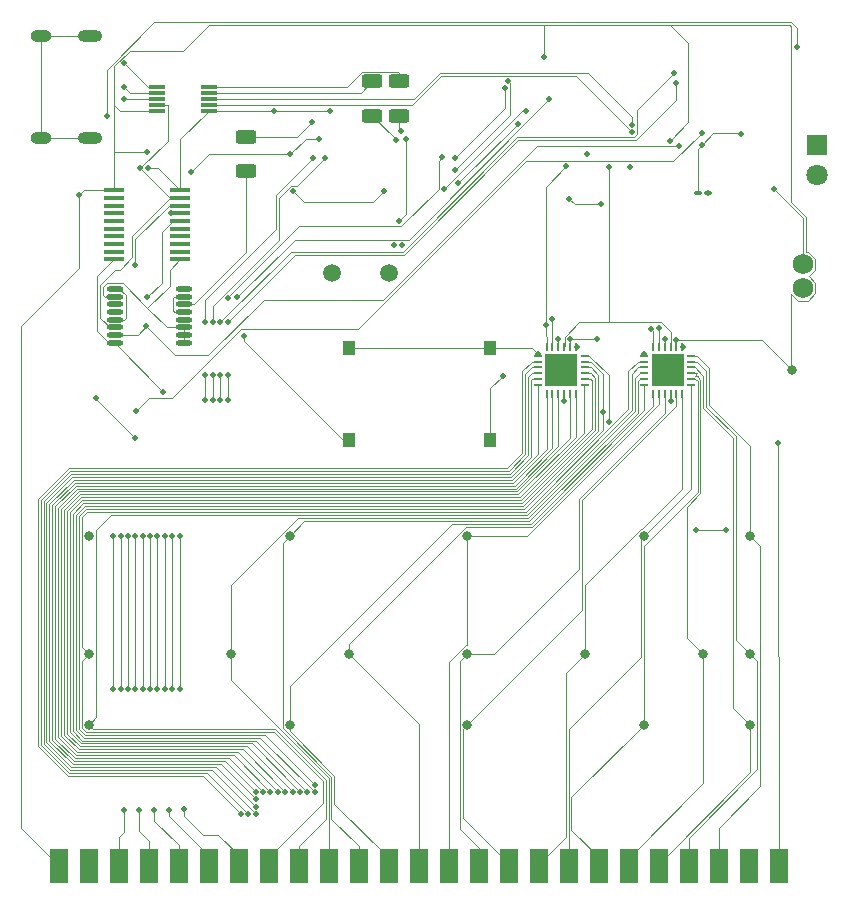
<source format=gbl>
G04 #@! TF.GenerationSoftware,KiCad,Pcbnew,7.0.10*
G04 #@! TF.CreationDate,2024-02-13T11:50:04-05:00*
G04 #@! TF.ProjectId,prototype,70726f74-6f74-4797-9065-2e6b69636164,rev?*
G04 #@! TF.SameCoordinates,Original*
G04 #@! TF.FileFunction,Copper,L2,Bot*
G04 #@! TF.FilePolarity,Positive*
%FSLAX46Y46*%
G04 Gerber Fmt 4.6, Leading zero omitted, Abs format (unit mm)*
G04 Created by KiCad (PCBNEW 7.0.10) date 2024-02-13 11:50:04*
%MOMM*%
%LPD*%
G01*
G04 APERTURE LIST*
G04 Aperture macros list*
%AMRoundRect*
0 Rectangle with rounded corners*
0 $1 Rounding radius*
0 $2 $3 $4 $5 $6 $7 $8 $9 X,Y pos of 4 corners*
0 Add a 4 corners polygon primitive as box body*
4,1,4,$2,$3,$4,$5,$6,$7,$8,$9,$2,$3,0*
0 Add four circle primitives for the rounded corners*
1,1,$1+$1,$2,$3*
1,1,$1+$1,$4,$5*
1,1,$1+$1,$6,$7*
1,1,$1+$1,$8,$9*
0 Add four rect primitives between the rounded corners*
20,1,$1+$1,$2,$3,$4,$5,0*
20,1,$1+$1,$4,$5,$6,$7,0*
20,1,$1+$1,$6,$7,$8,$9,0*
20,1,$1+$1,$8,$9,$2,$3,0*%
G04 Aperture macros list end*
G04 #@! TA.AperFunction,SMDPad,CuDef*
%ADD10R,1.676400X0.355600*%
G04 #@! TD*
G04 #@! TA.AperFunction,ComponentPad*
%ADD11R,1.800000X1.800000*%
G04 #@! TD*
G04 #@! TA.AperFunction,ComponentPad*
%ADD12C,1.800000*%
G04 #@! TD*
G04 #@! TA.AperFunction,ComponentPad*
%ADD13R,1.638300X3.000000*%
G04 #@! TD*
G04 #@! TA.AperFunction,SMDPad,CuDef*
%ADD14R,1.638300X3.000000*%
G04 #@! TD*
G04 #@! TA.AperFunction,ComponentPad*
%ADD15C,1.500000*%
G04 #@! TD*
G04 #@! TA.AperFunction,ComponentPad*
%ADD16O,1.800000X1.000000*%
G04 #@! TD*
G04 #@! TA.AperFunction,ComponentPad*
%ADD17O,2.100000X1.000000*%
G04 #@! TD*
G04 #@! TA.AperFunction,SMDPad,CuDef*
%ADD18O,1.400000X0.449999*%
G04 #@! TD*
G04 #@! TA.AperFunction,SMDPad,CuDef*
%ADD19RoundRect,0.250000X-0.625000X0.312500X-0.625000X-0.312500X0.625000X-0.312500X0.625000X0.312500X0*%
G04 #@! TD*
G04 #@! TA.AperFunction,SMDPad,CuDef*
%ADD20RoundRect,0.100000X0.217500X0.100000X-0.217500X0.100000X-0.217500X-0.100000X0.217500X-0.100000X0*%
G04 #@! TD*
G04 #@! TA.AperFunction,SMDPad,CuDef*
%ADD21R,1.000000X1.250000*%
G04 #@! TD*
G04 #@! TA.AperFunction,SMDPad,CuDef*
%ADD22R,0.711200X0.254000*%
G04 #@! TD*
G04 #@! TA.AperFunction,SMDPad,CuDef*
%ADD23R,0.254000X0.711200*%
G04 #@! TD*
G04 #@! TA.AperFunction,SMDPad,CuDef*
%ADD24R,2.743200X2.743200*%
G04 #@! TD*
G04 #@! TA.AperFunction,ComponentPad*
%ADD25C,1.750000*%
G04 #@! TD*
G04 #@! TA.AperFunction,SMDPad,CuDef*
%ADD26R,1.400000X0.300000*%
G04 #@! TD*
G04 #@! TA.AperFunction,ViaPad*
%ADD27C,0.500000*%
G04 #@! TD*
G04 #@! TA.AperFunction,ViaPad*
%ADD28C,0.800000*%
G04 #@! TD*
G04 #@! TA.AperFunction,Conductor*
%ADD29C,0.125000*%
G04 #@! TD*
G04 APERTURE END LIST*
D10*
X34750000Y-34750000D03*
X34750000Y-35400001D03*
X34750000Y-36049999D03*
X34750000Y-36700001D03*
X34750000Y-37349999D03*
X34750000Y-37999998D03*
X34750000Y-38649999D03*
X34750000Y-39299998D03*
X34750000Y-39949999D03*
X34750000Y-40599998D03*
X29111200Y-40600000D03*
X29111200Y-39950002D03*
X29111200Y-39300001D03*
X29111200Y-38650002D03*
X29111200Y-38000001D03*
X29111200Y-37350002D03*
X29111200Y-36700001D03*
X29111200Y-36050002D03*
X29111200Y-35400001D03*
X29111200Y-34750002D03*
D11*
X88625000Y-30897500D03*
D12*
X88625000Y-33437500D03*
D13*
X24435000Y-91937500D03*
X24435000Y-91937500D03*
D14*
X26975000Y-91937500D03*
X29515000Y-91937500D03*
X32055000Y-91937500D03*
X34595000Y-91937500D03*
X37135000Y-91937500D03*
X39675000Y-91937500D03*
X42215000Y-91937500D03*
X44755000Y-91937500D03*
X47295000Y-91937500D03*
X49835000Y-91937500D03*
X52375000Y-91937500D03*
X54915000Y-91937500D03*
X57455000Y-91937500D03*
X59995000Y-91937500D03*
X62535000Y-91937500D03*
X65075000Y-91937500D03*
X67615000Y-91937500D03*
X70155000Y-91937500D03*
X72695000Y-91937500D03*
X75235000Y-91937500D03*
X77775000Y-91937500D03*
X80315000Y-91937500D03*
X82855000Y-91937500D03*
D13*
X85395000Y-91937500D03*
X85395000Y-91937500D03*
D15*
X47550000Y-41750000D03*
X52430000Y-41750000D03*
D16*
X22925000Y-30320000D03*
D17*
X27105000Y-30320000D03*
D16*
X22925000Y-21680000D03*
D17*
X27105000Y-21680000D03*
D18*
X35074999Y-43100001D03*
X35074999Y-43750002D03*
X35074999Y-44400001D03*
X35074999Y-45050002D03*
X35074999Y-45700001D03*
X35074999Y-46350002D03*
X35074999Y-47000001D03*
X35074999Y-47650002D03*
X29174998Y-47650002D03*
X29174998Y-47000001D03*
X29174998Y-46350002D03*
X29174998Y-45700001D03*
X29174998Y-45050002D03*
X29174998Y-44400001D03*
X29174998Y-43750002D03*
X29174998Y-43100001D03*
D19*
X40312500Y-30225000D03*
X40312500Y-33150000D03*
D20*
X78592500Y-35000000D03*
X79407500Y-35000000D03*
D19*
X53250000Y-25537500D03*
X53250000Y-28462500D03*
D21*
X49000000Y-48125000D03*
X49000000Y-55875000D03*
D22*
X77993900Y-48749685D03*
X77993900Y-49249811D03*
X77993900Y-49749937D03*
X77993900Y-50250063D03*
X77993900Y-50750189D03*
X77993900Y-51250315D03*
D23*
X77250315Y-51993900D03*
X76750189Y-51993900D03*
X76250063Y-51993900D03*
X75749937Y-51993900D03*
X75249811Y-51993900D03*
X74749685Y-51993900D03*
D22*
X74006100Y-51250315D03*
X74006100Y-50750189D03*
X74006100Y-50250063D03*
X74006100Y-49749937D03*
X74006100Y-49249811D03*
X74006100Y-48749685D03*
D23*
X74749685Y-48006100D03*
X75249811Y-48006100D03*
X75749937Y-48006100D03*
X76250063Y-48006100D03*
X76750189Y-48006100D03*
X77250315Y-48006100D03*
D24*
X76000000Y-50000000D03*
D22*
X68993900Y-48749685D03*
X68993900Y-49249811D03*
X68993900Y-49749937D03*
X68993900Y-50250063D03*
X68993900Y-50750189D03*
X68993900Y-51250315D03*
D23*
X68250315Y-51993900D03*
X67750189Y-51993900D03*
X67250063Y-51993900D03*
X66749937Y-51993900D03*
X66249811Y-51993900D03*
X65749685Y-51993900D03*
D22*
X65006100Y-51250315D03*
X65006100Y-50750189D03*
X65006100Y-50250063D03*
X65006100Y-49749937D03*
X65006100Y-49249811D03*
X65006100Y-48749685D03*
D23*
X65749685Y-48006100D03*
X66249811Y-48006100D03*
X66749937Y-48006100D03*
X67250063Y-48006100D03*
X67750189Y-48006100D03*
X68250315Y-48006100D03*
D24*
X67000000Y-50000000D03*
D25*
X87450000Y-43020000D03*
X87450000Y-41020000D03*
D26*
X32800000Y-28000000D03*
X32800000Y-27500000D03*
X32800000Y-27000000D03*
X32800000Y-26500000D03*
X32800000Y-26000000D03*
X37200000Y-26000000D03*
X37200000Y-26500000D03*
X37200000Y-27000000D03*
X37200000Y-27500000D03*
X37200000Y-28000000D03*
D19*
X51000000Y-25537500D03*
X51000000Y-28462500D03*
D21*
X61000000Y-48125000D03*
X61000000Y-55875000D03*
D27*
X85000000Y-34625000D03*
X79437500Y-35000000D03*
X49000000Y-48125000D03*
X61000000Y-55875000D03*
X38750000Y-52500000D03*
X38125000Y-52500000D03*
X37500000Y-52500000D03*
X36875000Y-52500000D03*
X38750000Y-50375000D03*
X38125000Y-50375000D03*
X37500000Y-50375000D03*
X36875000Y-50375000D03*
X30937500Y-55750000D03*
X37500000Y-45937500D03*
X36875000Y-45937500D03*
X38750000Y-45937500D03*
X38125000Y-45937500D03*
X76687500Y-25625000D03*
X76562500Y-24812500D03*
X47437500Y-28000000D03*
X52000000Y-34781250D03*
X32000000Y-32875001D03*
X67250000Y-52625000D03*
X42687500Y-28000000D03*
X82225000Y-30000000D03*
X30000000Y-24000000D03*
X28687500Y-43750000D03*
X76250000Y-52625000D03*
X44312500Y-34812500D03*
X78937500Y-30875000D03*
X65000000Y-48625000D03*
X85375000Y-56187500D03*
X47000000Y-32000000D03*
X46000000Y-32000000D03*
X53875000Y-30375000D03*
X53250000Y-37375000D03*
X52875000Y-39375000D03*
X53500000Y-39378141D03*
X56937500Y-31937500D03*
X38812500Y-43875000D03*
X29625000Y-45062500D03*
X53437500Y-29756543D03*
X52975562Y-30493891D03*
X45875000Y-28937500D03*
X86937500Y-22625000D03*
X28500000Y-28437500D03*
X31350001Y-32875001D03*
X31937500Y-43812500D03*
X31875000Y-46250000D03*
X77000000Y-31000000D03*
X33312500Y-51812500D03*
X65500000Y-23500000D03*
D28*
X86558801Y-49996299D03*
D27*
X67687500Y-35500000D03*
X74000000Y-48625000D03*
X67750000Y-47312500D03*
X75750000Y-47375000D03*
X70000000Y-47375000D03*
X76750000Y-47437500D03*
X66750000Y-47312500D03*
X31937500Y-31500000D03*
X29174998Y-43100001D03*
X26187500Y-35187500D03*
X70375000Y-35937500D03*
X76187500Y-30562500D03*
X66000000Y-27000000D03*
X39542654Y-43814912D03*
X29659390Y-44409390D03*
X66250000Y-45625000D03*
X75250000Y-46437500D03*
X29062500Y-64062500D03*
X69187500Y-31687500D03*
X29062500Y-77000000D03*
X29687500Y-77000000D03*
X65687500Y-46125000D03*
X30000000Y-87187500D03*
X29687500Y-64062500D03*
X67437500Y-32725000D03*
X74562500Y-46500000D03*
X71000000Y-32812500D03*
X77312500Y-48000000D03*
X72812500Y-32812500D03*
X68312500Y-48000000D03*
X73000000Y-29187500D03*
X73000000Y-29812500D03*
X78875000Y-29875000D03*
X30312500Y-64062500D03*
X31028110Y-53403110D03*
X30312500Y-77000000D03*
X71025190Y-54337690D03*
X70562500Y-53500000D03*
X46125000Y-85062500D03*
X46125000Y-85687500D03*
X45500000Y-85687500D03*
X44875000Y-85687500D03*
X44250000Y-85687500D03*
X43625000Y-85687500D03*
X43000000Y-85687500D03*
X42375000Y-85687500D03*
X41750000Y-85687500D03*
X41125000Y-85687500D03*
X41125000Y-86312500D03*
X41125000Y-86937500D03*
X41125000Y-87562500D03*
X40500000Y-87562500D03*
X39875000Y-87562500D03*
X30000000Y-27000000D03*
X30000000Y-26000000D03*
D28*
X83000000Y-64000000D03*
D27*
X78437500Y-63500000D03*
D28*
X27000000Y-64000000D03*
D27*
X80937500Y-63500000D03*
D28*
X83000000Y-74000000D03*
X83000000Y-80000000D03*
X79000000Y-74000000D03*
X74000000Y-80000000D03*
X74000000Y-64000000D03*
X69000000Y-74000000D03*
X59000000Y-80000000D03*
X59000000Y-74000000D03*
X59000000Y-64000000D03*
X49000000Y-74000000D03*
X44000000Y-80000000D03*
X44000000Y-64000000D03*
X39000000Y-74000000D03*
X27000000Y-80000000D03*
X27000000Y-74000000D03*
D27*
X35028110Y-87159390D03*
X34687500Y-64062500D03*
X34687500Y-77000000D03*
X33750000Y-87187500D03*
X33437500Y-64062500D03*
X33437500Y-77000000D03*
X30937500Y-77000000D03*
X31250000Y-87187500D03*
X30937500Y-64062500D03*
X46500000Y-30375000D03*
X44065640Y-31684360D03*
X35687500Y-33187500D03*
X27625000Y-52375000D03*
X31562500Y-64062500D03*
X31562500Y-77000000D03*
X30937500Y-41062500D03*
X40125000Y-47062500D03*
X33937500Y-36687500D03*
D28*
X49000000Y-56000000D03*
D27*
X32812500Y-77000000D03*
X32812500Y-64062500D03*
X34062500Y-77000000D03*
X34062500Y-64062500D03*
X32187500Y-77000000D03*
X62062500Y-50437500D03*
X32500000Y-87187500D03*
X32187500Y-64062500D03*
X57062500Y-34618755D03*
X64000000Y-28000000D03*
X58229518Y-34167018D03*
X63312500Y-29100401D03*
X62475000Y-25490186D03*
X58000000Y-33000000D03*
X62225000Y-26125000D03*
X58000000Y-32000000D03*
D29*
X76187500Y-20750000D02*
X65500000Y-20750000D01*
X86312500Y-20750000D02*
X76187500Y-20750000D01*
X86437500Y-20875000D02*
X86312500Y-20750000D01*
X86558801Y-49996299D02*
X86437500Y-49874998D01*
X86437500Y-35708946D02*
X86437500Y-20875000D01*
X86437500Y-49874998D02*
X86437500Y-43510102D01*
X86437500Y-43510102D02*
X87009898Y-44082500D01*
X87009898Y-44082500D02*
X87890102Y-44082500D01*
X87952602Y-42020000D02*
X88512500Y-41460102D01*
X87890102Y-44082500D02*
X88512500Y-43460102D01*
X87700000Y-39957500D02*
X87700000Y-36971446D01*
X88512500Y-42579898D02*
X87952602Y-42020000D01*
X88512500Y-41460102D02*
X88512500Y-40579898D01*
X87890102Y-39957500D02*
X87700000Y-39957500D01*
X88512500Y-40579898D02*
X87890102Y-39957500D01*
X88512500Y-43460102D02*
X88512500Y-42579898D01*
X87700000Y-36971446D02*
X86437500Y-35708946D01*
X86416053Y-20500000D02*
X32527727Y-20500000D01*
X28500000Y-24527727D02*
X28500000Y-28437500D01*
X86937500Y-21021447D02*
X86416053Y-20500000D01*
X32527727Y-20500000D02*
X28500000Y-24527727D01*
X86937500Y-22625000D02*
X86937500Y-21021447D01*
X79875000Y-29937500D02*
X78937500Y-30875000D01*
X82225000Y-30000000D02*
X82162500Y-29937500D01*
X82162500Y-29937500D02*
X79875000Y-29937500D01*
X87450000Y-41020000D02*
X87450000Y-37075000D01*
X87450000Y-37075000D02*
X85000000Y-34625000D01*
X38750000Y-50375000D02*
X38750000Y-52500000D01*
X38125000Y-52500000D02*
X38125000Y-50375000D01*
X37500000Y-50375000D02*
X37500000Y-52500000D01*
X36875000Y-52500000D02*
X36875000Y-50375000D01*
X27625000Y-52375000D02*
X27625000Y-52437500D01*
X27625000Y-52437500D02*
X30937500Y-55750000D01*
X46000000Y-32000000D02*
X42875000Y-35125000D01*
X42875000Y-35125000D02*
X42875000Y-38021447D01*
X42875000Y-38021447D02*
X36875000Y-44021447D01*
X36875000Y-44021447D02*
X36875000Y-45937500D01*
X38125000Y-45937500D02*
X44125000Y-39937500D01*
X44125000Y-39937500D02*
X53559360Y-39937500D01*
X73181219Y-30250000D02*
X73437500Y-29993719D01*
X53559360Y-39937500D02*
X63246860Y-30250000D01*
X63246860Y-30250000D02*
X73181219Y-30250000D01*
X73437500Y-29993719D02*
X73437500Y-27937500D01*
X73437500Y-27937500D02*
X76562500Y-24812500D01*
X37500000Y-44568781D02*
X37500000Y-45937500D01*
X47000000Y-32000000D02*
X44625000Y-34375000D01*
X44625000Y-34375000D02*
X44131281Y-34375000D01*
X44131281Y-34375000D02*
X43125000Y-35381281D01*
X43125000Y-35381281D02*
X43125000Y-38943781D01*
X43125000Y-38943781D02*
X37500000Y-44568781D01*
X38812500Y-43875000D02*
X38812500Y-43812500D01*
X44812500Y-37812500D02*
X53431219Y-37812500D01*
X38812500Y-43812500D02*
X44812500Y-37812500D01*
X53431219Y-37812500D02*
X56625000Y-34618719D01*
X56625000Y-34618719D02*
X56625000Y-32250000D01*
X56625000Y-32250000D02*
X56937500Y-31937500D01*
X38687500Y-45937500D02*
X38687500Y-45937500D01*
X38750000Y-45937500D02*
X38687500Y-45937500D01*
X38750000Y-45875000D02*
X38750000Y-45937500D01*
X76687500Y-25625000D02*
X76687500Y-27097272D01*
X76687500Y-27097272D02*
X73284772Y-30500000D01*
X73284772Y-30500000D02*
X63350414Y-30500000D01*
X63350414Y-30500000D02*
X53662914Y-40187500D01*
X53662914Y-40187500D02*
X44437500Y-40187500D01*
X44437500Y-40187500D02*
X38750000Y-45875000D01*
X76187500Y-30562500D02*
X77750000Y-29000000D01*
X77750000Y-29000000D02*
X77750000Y-22312500D01*
X77750000Y-22312500D02*
X76187500Y-20750000D01*
X57062500Y-34618755D02*
X57087526Y-34618755D01*
X63706281Y-28000000D02*
X64000000Y-28000000D01*
X57087526Y-34618755D02*
X63706281Y-28000000D01*
X28687498Y-43750002D02*
X28687500Y-43750000D01*
X42687500Y-28000000D02*
X37200000Y-28000000D01*
X67250063Y-51993900D02*
X67250000Y-52625000D01*
X28498069Y-42612501D02*
X28212498Y-42898072D01*
X33862499Y-42825001D02*
X31963463Y-44724037D01*
X35074999Y-46350002D02*
X35074999Y-47000001D01*
X61000000Y-48125000D02*
X49000000Y-48125000D01*
X34750000Y-40599998D02*
X33862499Y-41487499D01*
X85395000Y-91937500D02*
X85375000Y-56187500D01*
X51031250Y-35750000D02*
X45250000Y-35750000D01*
X33862499Y-41487499D02*
X33862499Y-42825001D01*
X28687500Y-43750000D02*
X28687502Y-43750002D01*
X52000000Y-34781250D02*
X51031250Y-35750000D01*
X35074999Y-47650002D02*
X35074999Y-47000001D01*
X78592500Y-35000000D02*
X78592500Y-31220000D01*
X64500000Y-48125000D02*
X61000000Y-48125000D01*
X34750000Y-34750000D02*
X34750000Y-30450000D01*
X67250000Y-52625000D02*
X67250063Y-52624937D01*
X65000000Y-48625000D02*
X64500000Y-48125000D01*
X22925000Y-30320000D02*
X22925000Y-21680000D01*
X76250063Y-51993900D02*
X76250063Y-52624937D01*
X45250000Y-35750000D02*
X44312500Y-34812500D01*
X28212498Y-42898072D02*
X28212498Y-43612502D01*
X32875001Y-32875001D02*
X32000000Y-32875001D01*
X34750000Y-30450000D02*
X37200000Y-28000000D01*
X34750000Y-34750000D02*
X32875001Y-32875001D01*
X22925000Y-21680000D02*
X27105000Y-21680000D01*
X78592500Y-31220000D02*
X78937500Y-30875000D01*
X31963463Y-44724037D02*
X29851927Y-42612501D01*
X33589428Y-46350002D02*
X31963463Y-44724037D01*
X32000000Y-26000000D02*
X30000000Y-24000000D01*
X76250000Y-52625000D02*
X76250063Y-52625063D01*
X76250063Y-52624937D02*
X76250000Y-52625000D01*
X47437500Y-28000000D02*
X42687500Y-28000000D01*
X85375000Y-56187500D02*
X85395000Y-56167500D01*
X28687502Y-43750002D02*
X29174998Y-43750002D01*
X28212498Y-43612502D02*
X28349998Y-43750002D01*
X28349998Y-43750002D02*
X28687498Y-43750002D01*
X76250063Y-52625063D02*
X76250063Y-52687437D01*
X35074999Y-46350002D02*
X33589428Y-46350002D01*
X27105000Y-30320000D02*
X22925000Y-30320000D01*
X32800000Y-26000000D02*
X32000000Y-26000000D01*
X29851927Y-42612501D02*
X28498069Y-42612501D01*
X53875000Y-36750000D02*
X53250000Y-37375000D01*
X53875000Y-30375000D02*
X53875000Y-36750000D01*
X53250000Y-28462500D02*
X53250000Y-29569043D01*
X53250000Y-29569043D02*
X53437500Y-29756543D01*
X52975562Y-30493891D02*
X52975562Y-30438062D01*
X52975562Y-30438062D02*
X51000000Y-28462500D01*
X44587500Y-30225000D02*
X45875000Y-28937500D01*
X40312500Y-30225000D02*
X44587500Y-30225000D01*
X30687500Y-40414700D02*
X30687500Y-38587502D01*
X33625000Y-27500000D02*
X33687500Y-27562500D01*
X30687500Y-38587502D02*
X33875001Y-35400001D01*
X29174998Y-46350002D02*
X28766636Y-46350002D01*
X33687500Y-30537502D02*
X31350001Y-32875001D01*
X32800000Y-27500000D02*
X33625000Y-27500000D01*
X29257016Y-41500000D02*
X29602200Y-41500000D01*
X27962498Y-45545864D02*
X27962498Y-42794518D01*
X29602200Y-41500000D02*
X30687500Y-40414700D01*
X33687500Y-27562500D02*
X33687500Y-30537502D01*
X33875001Y-35400001D02*
X34750000Y-35400001D01*
X33875001Y-35400001D02*
X31350001Y-32875001D01*
X28766636Y-46350002D02*
X27962498Y-45545864D01*
X27962498Y-42794518D02*
X29257016Y-41500000D01*
X31937500Y-43812500D02*
X33187500Y-42562500D01*
X51937500Y-44000000D02*
X41812500Y-44000000D01*
X34089600Y-37349999D02*
X34750000Y-37349999D01*
X77000000Y-31000000D02*
X64937500Y-31000000D01*
X33187500Y-42562500D02*
X33187500Y-38252099D01*
X31875000Y-46250000D02*
X31124999Y-47000001D01*
X64937500Y-31000000D02*
X51937500Y-44000000D01*
X33187500Y-38252099D02*
X34089600Y-37349999D01*
X31124999Y-47000001D02*
X29174998Y-47000001D01*
X41812500Y-44000000D02*
X37125000Y-48687500D01*
X34312500Y-48687500D02*
X31875000Y-46250000D01*
X37125000Y-48687500D02*
X34312500Y-48687500D01*
X29111200Y-40600000D02*
X27712498Y-41998702D01*
X28712502Y-47650002D02*
X29174998Y-47650002D01*
X27712498Y-46649998D02*
X28712502Y-47650002D01*
X33312500Y-51787504D02*
X29174998Y-47650002D01*
X33312500Y-51812500D02*
X33312500Y-51787504D01*
X27712498Y-41998702D02*
X27712498Y-46649998D01*
X29111200Y-24270081D02*
X30443781Y-22937500D01*
X29611200Y-28000000D02*
X29111200Y-27500000D01*
X29583360Y-43100001D02*
X30137498Y-43654139D01*
X67750000Y-47312500D02*
X67750189Y-47312689D01*
X75749937Y-48006100D02*
X75750000Y-47375000D01*
X66750000Y-47312500D02*
X66749937Y-47312563D01*
X24435000Y-91937500D02*
X21250000Y-88752500D01*
X37187500Y-20750000D02*
X35000000Y-22937500D01*
X26187500Y-35187500D02*
X26624998Y-34750002D01*
X65500000Y-23500000D02*
X65500000Y-20750000D01*
X70375000Y-35937500D02*
X68125000Y-35937500D01*
X76961315Y-47437500D02*
X76935815Y-47463000D01*
X26187500Y-41290838D02*
X26187500Y-35187500D01*
X67750189Y-48006100D02*
X67750000Y-47312500D01*
X29111200Y-34750002D02*
X29111200Y-31500000D01*
X69937500Y-47312500D02*
X67750000Y-47312500D01*
X29999998Y-45700001D02*
X29174998Y-45700001D01*
X76750189Y-48006100D02*
X76750189Y-47648626D01*
X68125000Y-35937500D02*
X67687500Y-35500000D01*
X75750000Y-47375000D02*
X75749937Y-47375063D01*
X76750189Y-47648626D02*
X76750000Y-47648815D01*
X29111200Y-31500000D02*
X29111200Y-27500000D01*
X76935815Y-47463000D02*
X84025502Y-47463000D01*
X21250000Y-46228338D02*
X26187500Y-41290838D01*
X29111200Y-27500000D02*
X29111200Y-24270081D01*
X26624998Y-34750002D02*
X29111200Y-34750002D01*
X29174998Y-43100001D02*
X29583360Y-43100001D01*
X30137498Y-43654139D02*
X30137498Y-45562501D01*
X21250000Y-88752500D02*
X21250000Y-46228338D01*
X70000000Y-47375000D02*
X69937500Y-47312500D01*
X65500000Y-20750000D02*
X37187500Y-20750000D01*
X29111200Y-31500000D02*
X31937500Y-31500000D01*
X30443781Y-22937500D02*
X35000000Y-22937500D01*
X32800000Y-28000000D02*
X29611200Y-28000000D01*
X76750000Y-47437500D02*
X76961315Y-47437500D01*
X30137498Y-45562501D02*
X29999998Y-45700001D01*
X66749937Y-48006100D02*
X66750000Y-47312500D01*
X76750000Y-47648815D02*
X76750000Y-47437500D01*
X84025502Y-47463000D02*
X86558801Y-49996299D01*
X44420066Y-38937500D02*
X54094120Y-38937500D01*
X66000000Y-27031620D02*
X66000000Y-27000000D01*
X54094120Y-38937500D02*
X66000000Y-27031620D01*
X39542654Y-43814912D02*
X44420066Y-38937500D01*
X29062500Y-77000000D02*
X29062500Y-64062500D01*
X66249811Y-48006100D02*
X66250000Y-45625000D01*
X75249811Y-48006100D02*
X75250000Y-46437500D01*
X66250000Y-45625000D02*
X66249811Y-45687689D01*
X75250000Y-46437500D02*
X75249811Y-46562689D01*
X65687500Y-46125000D02*
X65749685Y-46187500D01*
X29515000Y-89547500D02*
X29515000Y-91937500D01*
X65687500Y-34475000D02*
X65687500Y-46125000D01*
X74750000Y-48005785D02*
X74750000Y-46687500D01*
X67437500Y-32725000D02*
X65687500Y-34475000D01*
X29687500Y-77000000D02*
X29687500Y-64062500D01*
X65749685Y-48006100D02*
X65687500Y-46125000D01*
X74750000Y-46687500D02*
X74562500Y-46500000D01*
X30000000Y-89062500D02*
X29515000Y-89547500D01*
X74749685Y-48006100D02*
X74750000Y-48005785D01*
X30000000Y-87187500D02*
X30000000Y-89062500D01*
X68506281Y-45937500D02*
X71125000Y-45937500D01*
X76250063Y-46750063D02*
X76250063Y-48006100D01*
X71000000Y-45812500D02*
X71125000Y-45937500D01*
X71000000Y-32812500D02*
X71000000Y-45812500D01*
X67312500Y-47131281D02*
X68506281Y-45937500D01*
X67312500Y-47943663D02*
X67312500Y-47131281D01*
X71125000Y-45937500D02*
X75437500Y-45937500D01*
X75437500Y-45937500D02*
X76250063Y-46750063D01*
X67250063Y-48006100D02*
X67312500Y-47943663D01*
X56718761Y-24802686D02*
X69240186Y-24802686D01*
X73000000Y-28562500D02*
X73000000Y-29187500D01*
X54521446Y-27000000D02*
X56718761Y-24802686D01*
X69240186Y-24802686D02*
X73000000Y-28562500D01*
X37200000Y-27000000D02*
X54521446Y-27000000D01*
X37200000Y-27500000D02*
X54375000Y-27500000D01*
X56822314Y-25052686D02*
X68240186Y-25052686D01*
X68240186Y-25052686D02*
X73000000Y-29812500D01*
X54375000Y-27500000D02*
X56822314Y-25052686D01*
X31028110Y-53403110D02*
X32056220Y-52375000D01*
X64003554Y-32287500D02*
X76462500Y-32287500D01*
X39916973Y-46520527D02*
X49770527Y-46520527D01*
X34062500Y-52375000D02*
X39916973Y-46520527D01*
X30312500Y-77000000D02*
X30312500Y-64062500D01*
X76462500Y-32287500D02*
X78875000Y-29875000D01*
X32056220Y-52375000D02*
X34062500Y-52375000D01*
X49770527Y-46520527D02*
X64003554Y-32287500D01*
X71000000Y-54312500D02*
X71000000Y-50398311D01*
X71000000Y-50398311D02*
X69351374Y-48749685D01*
X71025190Y-54337690D02*
X71000000Y-54312500D01*
X69351374Y-48749685D02*
X68993900Y-48749685D01*
X26162500Y-62335662D02*
X26162500Y-80346904D01*
X26748162Y-61750000D02*
X26162500Y-62335662D01*
X70562500Y-53500000D02*
X70562500Y-55065546D01*
X69474500Y-49249811D02*
X68993900Y-49249811D01*
X70562500Y-50337811D02*
X69474500Y-49249811D01*
X70562500Y-53500000D02*
X70562500Y-50337811D01*
X63878046Y-61750000D02*
X26748162Y-61750000D01*
X26162500Y-80346904D02*
X26653095Y-80837500D01*
X70562500Y-55065546D02*
X63878046Y-61750000D01*
X26653095Y-80837500D02*
X41900000Y-80837500D01*
X41900000Y-80837500D02*
X46125000Y-85062500D01*
X63774492Y-61500000D02*
X70125000Y-55149492D01*
X25912500Y-80450457D02*
X25912500Y-62232108D01*
X41525000Y-81087500D02*
X26549541Y-81087500D01*
X46125000Y-85687500D02*
X41525000Y-81087500D01*
X70125000Y-55149492D02*
X70125000Y-50400437D01*
X70125000Y-50400437D02*
X69474500Y-49749937D01*
X26644608Y-61500000D02*
X63774492Y-61500000D01*
X25912500Y-62232108D02*
X26644608Y-61500000D01*
X26549541Y-81087500D02*
X25912500Y-80450457D01*
X69474500Y-49749937D02*
X68993900Y-49749937D01*
X63670938Y-61250000D02*
X69875000Y-55045937D01*
X69474500Y-50250063D02*
X68993900Y-50250063D01*
X45500000Y-85687500D02*
X41149999Y-81337499D01*
X25662500Y-62128554D02*
X26541054Y-61250000D01*
X26541054Y-61250000D02*
X63670938Y-61250000D01*
X69875000Y-50650563D02*
X69474500Y-50250063D01*
X26445987Y-81337499D02*
X25662500Y-80554010D01*
X25662500Y-80554010D02*
X25662500Y-62128554D01*
X41149999Y-81337499D02*
X26445987Y-81337499D01*
X69875000Y-55045937D02*
X69875000Y-50650563D01*
X25412500Y-80657563D02*
X25412500Y-62025000D01*
X44875000Y-85687500D02*
X40774998Y-81587498D01*
X69625000Y-54942384D02*
X69625000Y-50900689D01*
X26342433Y-81587498D02*
X25412500Y-80657563D01*
X40774998Y-81587498D02*
X26342433Y-81587498D01*
X69474500Y-50750189D02*
X68993900Y-50750189D01*
X63567384Y-61000000D02*
X69625000Y-54942384D01*
X69625000Y-50900689D02*
X69474500Y-50750189D01*
X25412500Y-62025000D02*
X26437500Y-61000000D01*
X26437500Y-61000000D02*
X63567384Y-61000000D01*
X26238879Y-81837498D02*
X25162500Y-80761117D01*
X25162500Y-80761117D02*
X25162500Y-61921446D01*
X63463830Y-60750000D02*
X68937500Y-55276330D01*
X25162500Y-61921446D02*
X26333946Y-60750000D01*
X68937500Y-51306715D02*
X68993900Y-51250315D01*
X26333946Y-60750000D02*
X63463830Y-60750000D01*
X44250000Y-85687500D02*
X40399998Y-81837498D01*
X40399998Y-81837498D02*
X26238879Y-81837498D01*
X68937500Y-55276330D02*
X68937500Y-51306715D01*
X43625000Y-85687500D02*
X40024998Y-82087498D01*
X24912500Y-80864671D02*
X24912500Y-61817892D01*
X26230392Y-60500000D02*
X63360276Y-60500000D01*
X24912500Y-61817892D02*
X26230392Y-60500000D01*
X26135325Y-82087498D02*
X24912500Y-80864671D01*
X63360276Y-60500000D02*
X68250315Y-55609961D01*
X40024998Y-82087498D02*
X26135325Y-82087498D01*
X68250315Y-55609961D02*
X68250315Y-51993900D01*
X67750189Y-55756533D02*
X67750189Y-51993900D01*
X63256722Y-60250000D02*
X67750189Y-55756533D01*
X39649998Y-82337498D02*
X26031772Y-82337498D01*
X43000000Y-85687500D02*
X39649998Y-82337498D01*
X24662500Y-61714339D02*
X26126838Y-60250000D01*
X26031772Y-82337498D02*
X24662500Y-80968225D01*
X24662500Y-80968225D02*
X24662500Y-61714339D01*
X26126838Y-60250000D02*
X63256722Y-60250000D01*
X24412500Y-61610785D02*
X26023284Y-60000000D01*
X25928218Y-82587498D02*
X24412500Y-81071779D01*
X66749937Y-56403231D02*
X66749937Y-51993900D01*
X39274998Y-82587498D02*
X25928218Y-82587498D01*
X24412500Y-81071779D02*
X24412500Y-61610785D01*
X42375000Y-85687500D02*
X39274998Y-82587498D01*
X26023284Y-60000000D02*
X63153168Y-60000000D01*
X63153168Y-60000000D02*
X66749937Y-56403231D01*
X25824665Y-82837498D02*
X24162500Y-81175333D01*
X24162500Y-61507232D02*
X25919730Y-59750000D01*
X66249811Y-56549803D02*
X66249811Y-51993900D01*
X38899998Y-82837498D02*
X25824665Y-82837498D01*
X41750000Y-85687500D02*
X38899998Y-82837498D01*
X24162500Y-81175333D02*
X24162500Y-61507232D01*
X63049614Y-59750000D02*
X66249811Y-56549803D01*
X25919730Y-59750000D02*
X63049614Y-59750000D01*
X65749685Y-56696375D02*
X65749685Y-51993900D01*
X38524998Y-83087498D02*
X25721111Y-83087498D01*
X25721111Y-83087498D02*
X23912500Y-81278887D01*
X23912500Y-61403678D02*
X25816176Y-59500000D01*
X25816176Y-59500000D02*
X62946060Y-59500000D01*
X23912500Y-81278887D02*
X23912500Y-61403678D01*
X41125000Y-85687500D02*
X38524998Y-83087498D01*
X62946060Y-59500000D02*
X65749685Y-56696375D01*
X41125000Y-86312500D02*
X38149998Y-83337498D01*
X25712622Y-59250000D02*
X62842506Y-59250000D01*
X25617557Y-83337498D02*
X23662500Y-81382441D01*
X23662500Y-61300124D02*
X25712622Y-59250000D01*
X62842506Y-59250000D02*
X65006100Y-57086406D01*
X23662500Y-81382441D02*
X23662500Y-61300124D01*
X65006100Y-57086406D02*
X65006100Y-51250315D01*
X38149998Y-83337498D02*
X25617557Y-83337498D01*
X25514003Y-83587498D02*
X23412500Y-81485995D01*
X41125000Y-86937500D02*
X37774998Y-83587498D01*
X25609068Y-59000000D02*
X62738952Y-59000000D01*
X37774998Y-83587498D02*
X25514003Y-83587498D01*
X62738952Y-59000000D02*
X64437500Y-57301452D01*
X64437500Y-50838189D02*
X64525500Y-50750189D01*
X64525500Y-50750189D02*
X65006100Y-50750189D01*
X64437500Y-57301452D02*
X64437500Y-50838189D01*
X23412500Y-61196570D02*
X25609068Y-59000000D01*
X23412500Y-81485995D02*
X23412500Y-61196570D01*
X64187500Y-57197898D02*
X64187500Y-50588063D01*
X25505514Y-58750000D02*
X62635398Y-58750000D01*
X41125000Y-87562500D02*
X37399998Y-83837498D01*
X64525500Y-50250063D02*
X65006100Y-50250063D01*
X25410449Y-83837498D02*
X23162500Y-81589549D01*
X37399998Y-83837498D02*
X25410449Y-83837498D01*
X62635398Y-58750000D02*
X64187500Y-57197898D01*
X64187500Y-50588063D02*
X64525500Y-50250063D01*
X23162500Y-61093016D02*
X25505514Y-58750000D01*
X23162500Y-81589549D02*
X23162500Y-61093016D01*
X22912500Y-60989462D02*
X22912500Y-81693103D01*
X64525500Y-49749937D02*
X63937500Y-50337937D01*
X22912500Y-81693103D02*
X25306895Y-84087498D01*
X37024998Y-84087498D02*
X40500000Y-87562500D01*
X25306895Y-84087498D02*
X37024998Y-84087498D01*
X65006100Y-49749937D02*
X64525500Y-49749937D01*
X62531844Y-58500000D02*
X25401960Y-58500000D01*
X63937500Y-57094344D02*
X62531844Y-58500000D01*
X63937500Y-50337937D02*
X63937500Y-57094344D01*
X25401960Y-58500000D02*
X22912500Y-60989462D01*
X64525500Y-49249811D02*
X63687500Y-50087811D01*
X25298406Y-58250000D02*
X22662500Y-60885909D01*
X65006100Y-49249811D02*
X64525500Y-49249811D01*
X63687500Y-50087811D02*
X63687500Y-56990790D01*
X34687500Y-84337498D02*
X36649998Y-84337498D01*
X25203342Y-84337498D02*
X34687500Y-84337498D01*
X22662500Y-60885909D02*
X22662500Y-81796657D01*
X36649998Y-84337498D02*
X39875000Y-87562500D01*
X63687500Y-56990790D02*
X62428290Y-58250000D01*
X22662500Y-81796657D02*
X25203342Y-84337498D01*
X62428290Y-58250000D02*
X25298406Y-58250000D01*
X34112499Y-43887502D02*
X34112499Y-44912502D01*
X34249999Y-43750002D02*
X34112499Y-43887502D01*
X35074999Y-43750002D02*
X34249999Y-43750002D01*
X34249999Y-45050002D02*
X35074999Y-45050002D01*
X34112499Y-44912502D02*
X34249999Y-45050002D01*
X35912499Y-44400001D02*
X35074999Y-44400001D01*
X40312500Y-33150000D02*
X40312500Y-40000000D01*
X40312500Y-40000000D02*
X35912499Y-44400001D01*
X30000000Y-27000000D02*
X32800000Y-27000000D01*
X30500000Y-26500000D02*
X32800000Y-26500000D01*
X30000000Y-26000000D02*
X30500000Y-26500000D01*
X50155788Y-24712500D02*
X48868288Y-26000000D01*
X53175000Y-24712500D02*
X50155788Y-24712500D01*
X48868288Y-26000000D02*
X37200000Y-26000000D01*
X54000000Y-25537500D02*
X53175000Y-24712500D01*
X51000000Y-25537500D02*
X50037500Y-26500000D01*
X50037500Y-26500000D02*
X37200000Y-26500000D01*
X83000000Y-64000000D02*
X83000000Y-56426000D01*
X83000000Y-64000000D02*
X83837500Y-64837500D01*
X78437500Y-63500000D02*
X80937500Y-63500000D01*
X83837500Y-85194150D02*
X80315000Y-88716650D01*
X77993900Y-48749685D02*
X78474500Y-48749685D01*
X80315000Y-88716650D02*
X80315000Y-91937500D01*
X83837500Y-64837500D02*
X83837500Y-85194150D01*
X80937500Y-63500000D02*
X80875000Y-63500000D01*
X83000000Y-56426000D02*
X79537000Y-52963000D01*
X79537000Y-49812185D02*
X79537000Y-52963000D01*
X78474500Y-48749685D02*
X79537000Y-49812185D01*
X83000000Y-74000000D02*
X83587500Y-74587500D01*
X79287000Y-50062311D02*
X78474500Y-49249811D01*
X81812500Y-55592054D02*
X79287000Y-53066553D01*
X83587500Y-83784404D02*
X77775000Y-89596904D01*
X77775000Y-89596904D02*
X77775000Y-91937500D01*
X83000000Y-74000000D02*
X81812500Y-72812500D01*
X83587500Y-74587500D02*
X83587500Y-83784404D01*
X81812500Y-72812500D02*
X81812500Y-55592054D01*
X78474500Y-49249811D02*
X77993900Y-49249811D01*
X79287000Y-53066553D02*
X79287000Y-50062311D01*
X81562500Y-55695608D02*
X81562500Y-78562500D01*
X78327928Y-49749937D02*
X79037000Y-50459010D01*
X83000000Y-80000000D02*
X83000000Y-84018350D01*
X75235000Y-91783350D02*
X75235000Y-91937500D01*
X79037000Y-50459010D02*
X79037000Y-53170107D01*
X81562500Y-78562500D02*
X83000000Y-80000000D01*
X77993900Y-49749937D02*
X78327928Y-49749937D01*
X79037000Y-53170107D02*
X81562500Y-55695608D01*
X83000000Y-84018350D02*
X75235000Y-91783350D01*
X78288874Y-50435689D02*
X78474500Y-50250063D01*
X77625000Y-61559405D02*
X78787000Y-60397405D01*
X78787000Y-60397405D02*
X78787000Y-50832261D01*
X77625000Y-72625000D02*
X77625000Y-61559405D01*
X78787000Y-50832261D02*
X78537000Y-50582261D01*
X79000000Y-74000000D02*
X79000000Y-84951650D01*
X78537000Y-50582261D02*
X78537000Y-50435689D01*
X79000000Y-74000000D02*
X77625000Y-72625000D01*
X78537000Y-50435689D02*
X78288874Y-50435689D01*
X78474500Y-50250063D02*
X77993900Y-50250063D01*
X72695000Y-91256650D02*
X72695000Y-91937500D01*
X79000000Y-84951650D02*
X72695000Y-91256650D01*
X70155000Y-91217500D02*
X70155000Y-91937500D01*
X78537000Y-50935815D02*
X78537000Y-60293851D01*
X74000000Y-80000000D02*
X67865000Y-86135000D01*
X77993900Y-50750189D02*
X78351374Y-50750189D01*
X67865000Y-88927500D02*
X70155000Y-91217500D01*
X67865000Y-86135000D02*
X67865000Y-88927500D01*
X78351374Y-50750189D02*
X78537000Y-50935815D01*
X78537000Y-60293851D02*
X74000000Y-64830851D01*
X74000000Y-64830851D02*
X74000000Y-80000000D01*
X73750000Y-74250000D02*
X67615000Y-80385000D01*
X74000000Y-64000000D02*
X73750000Y-64250000D01*
X77993900Y-51250315D02*
X77993900Y-60006100D01*
X67615000Y-80385000D02*
X67615000Y-91937500D01*
X77993900Y-60006100D02*
X74000000Y-64000000D01*
X73750000Y-64250000D02*
X73750000Y-74250000D01*
X73756649Y-63412500D02*
X69000000Y-68169149D01*
X77250315Y-59999685D02*
X73837500Y-63412500D01*
X77250315Y-51993900D02*
X77250315Y-59999685D01*
X67365000Y-89493350D02*
X65075000Y-91783350D01*
X73837500Y-63412500D02*
X73756649Y-63412500D01*
X69000000Y-74000000D02*
X67365000Y-75635000D01*
X67365000Y-75635000D02*
X67365000Y-89493350D01*
X69000000Y-68169149D02*
X69000000Y-74000000D01*
X65075000Y-91783350D02*
X65075000Y-91937500D01*
X59000000Y-80000000D02*
X58662500Y-80337500D01*
X58662500Y-87910850D02*
X62535000Y-91783350D01*
X76750189Y-52999811D02*
X68750000Y-61000000D01*
X62535000Y-91783350D02*
X62535000Y-91937500D01*
X68750000Y-70250000D02*
X59000000Y-80000000D01*
X76750189Y-51993900D02*
X76750189Y-52999811D01*
X58662500Y-80337500D02*
X58662500Y-87910850D01*
X68750000Y-61000000D02*
X68750000Y-70250000D01*
X68500000Y-60896447D02*
X68500000Y-66812500D01*
X75749937Y-53646509D02*
X68500000Y-60896447D01*
X59995000Y-90432500D02*
X59995000Y-91937500D01*
X75749937Y-51993900D02*
X75749937Y-53646509D01*
X68500000Y-66812500D02*
X61312500Y-74000000D01*
X59000000Y-74000000D02*
X58412500Y-74587500D01*
X61312500Y-74000000D02*
X59000000Y-74000000D01*
X58412500Y-88850000D02*
X59995000Y-90432500D01*
X58412500Y-74587500D02*
X58412500Y-88850000D01*
X57455000Y-74714149D02*
X57455000Y-91937500D01*
X59000000Y-73250000D02*
X58919149Y-73250000D01*
X64102923Y-64000000D02*
X59000000Y-64000000D01*
X59000000Y-64000000D02*
X59000000Y-73250000D01*
X75249811Y-51993900D02*
X75249811Y-52853112D01*
X58919149Y-73250000D02*
X57455000Y-74714149D01*
X75249811Y-52853112D02*
X64102923Y-64000000D01*
X58919149Y-63250000D02*
X49000000Y-73169149D01*
X54915000Y-79915000D02*
X54915000Y-91937500D01*
X74749685Y-52999685D02*
X64499370Y-63250000D01*
X74749685Y-51993900D02*
X74749685Y-52999685D01*
X49000000Y-73169149D02*
X49000000Y-74000000D01*
X49000000Y-74000000D02*
X54915000Y-79915000D01*
X64499370Y-63250000D02*
X58919149Y-63250000D01*
X47795000Y-84327170D02*
X47795000Y-86670000D01*
X52375000Y-91250000D02*
X52375000Y-91937500D01*
X74006100Y-51250315D02*
X74006100Y-53389716D01*
X44000000Y-80532169D02*
X47795000Y-84327170D01*
X57750000Y-63000000D02*
X44000000Y-76750000D01*
X44000000Y-76750000D02*
X44000000Y-80000000D01*
X74006100Y-53389716D02*
X64395816Y-63000000D01*
X44000000Y-80000000D02*
X44000000Y-80532169D01*
X47795000Y-86670000D02*
X52375000Y-91250000D01*
X64395816Y-63000000D02*
X57750000Y-63000000D01*
X47545000Y-84430723D02*
X47545000Y-87982500D01*
X74006100Y-50750189D02*
X73648626Y-50750189D01*
X43412500Y-64587500D02*
X43412500Y-80298223D01*
X44000000Y-64000000D02*
X43412500Y-64587500D01*
X73648626Y-50750189D02*
X73463000Y-50935815D01*
X45250000Y-62750000D02*
X44000000Y-64000000D01*
X73463000Y-50935815D02*
X73463000Y-53579262D01*
X43412500Y-80298223D02*
X47545000Y-84430723D01*
X73463000Y-53579262D02*
X64292262Y-62750000D01*
X49835000Y-90272500D02*
X49835000Y-91937500D01*
X47545000Y-87982500D02*
X49835000Y-90272500D01*
X64292262Y-62750000D02*
X45250000Y-62750000D01*
X74006100Y-50250063D02*
X73648626Y-50250063D01*
X73213000Y-53475708D02*
X64188708Y-62500000D01*
X73213000Y-50685689D02*
X73213000Y-53475708D01*
X64188708Y-62500000D02*
X44669149Y-62500000D01*
X47295000Y-84534277D02*
X47295000Y-91937500D01*
X44669149Y-62500000D02*
X39000000Y-68169149D01*
X39000000Y-68169149D02*
X39000000Y-74000000D01*
X73648626Y-50250063D02*
X73213000Y-50685689D01*
X39000000Y-76239277D02*
X47295000Y-84534277D01*
X39000000Y-74000000D02*
X39000000Y-76239277D01*
X42744669Y-80337500D02*
X47045000Y-84637831D01*
X74006100Y-49749937D02*
X73525500Y-49749937D01*
X27625000Y-63500000D02*
X27625000Y-79375000D01*
X72963000Y-50312437D02*
X72963000Y-53372154D01*
X27000000Y-80000000D02*
X27337500Y-80337500D01*
X27625000Y-79375000D02*
X27000000Y-80000000D01*
X28875000Y-62250000D02*
X27625000Y-63500000D01*
X64085154Y-62250000D02*
X28875000Y-62250000D01*
X72963000Y-53372154D02*
X64085154Y-62250000D01*
X44755000Y-90307500D02*
X44755000Y-91937500D01*
X47045000Y-88017500D02*
X44755000Y-90307500D01*
X47045000Y-84637831D02*
X47045000Y-88017500D01*
X73525500Y-49749937D02*
X72963000Y-50312437D01*
X27337500Y-80337500D02*
X42744669Y-80337500D01*
X46795000Y-86642500D02*
X42215000Y-91222500D01*
X26412500Y-74587500D02*
X26412500Y-80243351D01*
X26412500Y-73412500D02*
X27000000Y-74000000D01*
X42215000Y-91222500D02*
X42215000Y-91937500D01*
X72687500Y-53294100D02*
X63981600Y-62000000D01*
X73525500Y-49249811D02*
X72687500Y-50087811D01*
X26851716Y-62000000D02*
X26412500Y-62439216D01*
X74006100Y-49249811D02*
X73525500Y-49249811D01*
X72687500Y-50087811D02*
X72687500Y-53294100D01*
X46795000Y-84741385D02*
X46795000Y-86642500D01*
X26412500Y-80243351D02*
X26756649Y-80587500D01*
X42641115Y-80587500D02*
X46795000Y-84741385D01*
X27000000Y-74000000D02*
X26412500Y-74587500D01*
X26412500Y-62439216D02*
X26412500Y-73412500D01*
X63981600Y-62000000D02*
X26851716Y-62000000D01*
X26756649Y-80587500D02*
X42641115Y-80587500D01*
X39675000Y-91050000D02*
X39675000Y-91937500D01*
X35028110Y-87715610D02*
X36625000Y-89312500D01*
X34687500Y-77000000D02*
X34687500Y-64062500D01*
X36625000Y-89312500D02*
X37937500Y-89312500D01*
X37937500Y-89312500D02*
X39675000Y-91050000D01*
X35028110Y-87159390D02*
X35028110Y-87715610D01*
X33750000Y-87187500D02*
X33750000Y-87750000D01*
X33437500Y-77000000D02*
X33437500Y-64062500D01*
X37135000Y-91135000D02*
X37135000Y-91937500D01*
X33750000Y-87750000D02*
X37135000Y-91135000D01*
X32055000Y-89805000D02*
X31250000Y-89000000D01*
X31250000Y-89000000D02*
X31250000Y-87187500D01*
X30937500Y-77000000D02*
X30937500Y-64062500D01*
X32055000Y-91937500D02*
X32055000Y-89805000D01*
X44065640Y-31684360D02*
X37190640Y-31684360D01*
X37190640Y-31684360D02*
X35687500Y-33187500D01*
X46500000Y-30375000D02*
X45375000Y-30375000D01*
X45375000Y-30375000D02*
X44065640Y-31684360D01*
X33786800Y-36049999D02*
X34750000Y-36049999D01*
X30937500Y-38899299D02*
X33786800Y-36049999D01*
X30937500Y-41062500D02*
X30937500Y-38899299D01*
X31562500Y-77000000D02*
X31562500Y-64062500D01*
X40125000Y-47500000D02*
X48625000Y-56000000D01*
X40125000Y-47062500D02*
X40125000Y-47500000D01*
X48625000Y-56000000D02*
X49000000Y-56000000D01*
X32812500Y-77000000D02*
X32812500Y-64062500D01*
X34062500Y-77000000D02*
X34062500Y-64062500D01*
X32500000Y-88125000D02*
X34595000Y-90220000D01*
X32187500Y-77000000D02*
X32187500Y-64062500D01*
X61000000Y-51500000D02*
X62062500Y-50437500D01*
X34595000Y-90220000D02*
X34595000Y-91937500D01*
X32500000Y-87187500D02*
X32500000Y-88125000D01*
X61000000Y-55875000D02*
X61000000Y-51500000D01*
X63312500Y-29100401D02*
X63296135Y-29100401D01*
X63296135Y-29100401D02*
X58229518Y-34167018D01*
X62475000Y-25490186D02*
X62662500Y-25677686D01*
X62662500Y-28337500D02*
X58000000Y-33000000D01*
X62662500Y-25677686D02*
X62662500Y-28337500D01*
X62225000Y-27775000D02*
X58000000Y-32000000D01*
X62225000Y-26125000D02*
X62225000Y-27775000D01*
M02*

</source>
